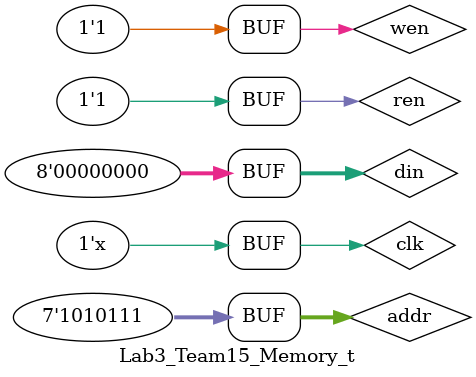
<source format=v>
`timescale 1ns / 1ps

module Lab3_Team15_Memory_t();
reg clk = 1'b1 ;
reg ren, wen;
reg [7-1:0] addr;
reg [8-1:0] din;
wire [8-1:0] dout;
Memory name(.clk(clk), .ren(ren), .wen(wen), .addr(addr), .din(din), .dout(dout));

always #5 clk = ~clk;
initial begin
ren = 1'b0;
wen = 1'b0;
addr = 7'b0;
din = 8'b0;
#10;
ren = 1'b0;
wen = 1'b1;
addr = 7'd63;
din = 8'd4;
#10;
ren = 1'b0;
wen = 1'b1;
addr = 7'd45;
din = 8'd8;
#10;
ren = 1'b0;
wen = 1'b1;
addr = 7'd87;
din = 8'd35;
#50;
ren = 1'b1;
wen = 1'b0;
addr = 7'd45;
din = 8'd0;
#10;
ren = 1'b0;
wen = 1'b0;
addr =  7'd33;
din = 8'd0;
#10;
ren = 1'b1;
wen = 1'b1;
addr = 7'd87;
din = 8'd0;
end

endmodule

</source>
